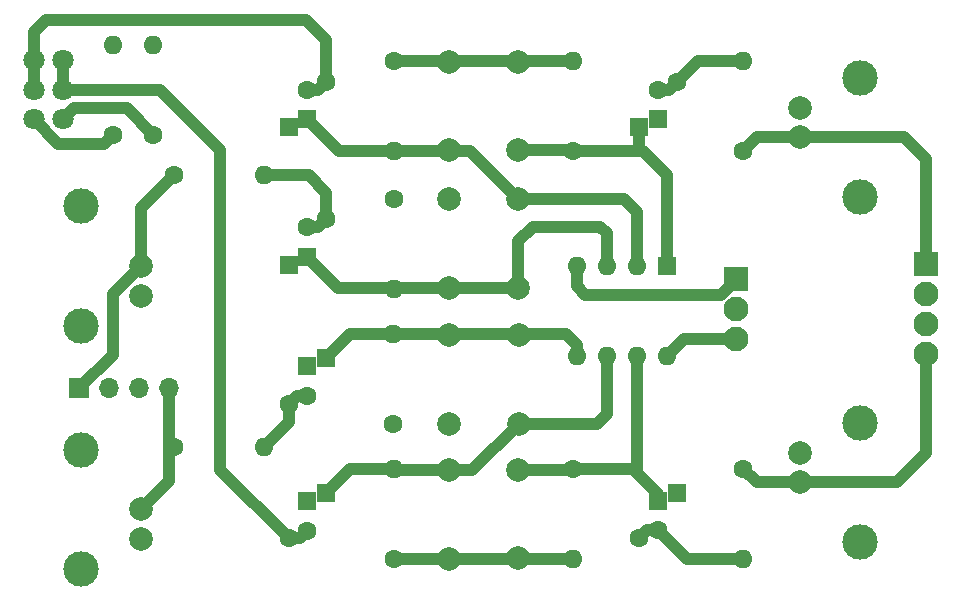
<source format=gbr>
%TF.GenerationSoftware,KiCad,Pcbnew,(6.0.0)*%
%TF.CreationDate,2022-08-03T23:03:17+01:00*%
%TF.ProjectId,Lynx Phono,4c796e78-2050-4686-9f6e-6f2e6b696361,rev?*%
%TF.SameCoordinates,Original*%
%TF.FileFunction,Copper,L1,Top*%
%TF.FilePolarity,Positive*%
%FSLAX46Y46*%
G04 Gerber Fmt 4.6, Leading zero omitted, Abs format (unit mm)*
G04 Created by KiCad (PCBNEW (6.0.0)) date 2022-08-03 23:03:17*
%MOMM*%
%LPD*%
G01*
G04 APERTURE LIST*
%TA.AperFunction,ComponentPad*%
%ADD10C,1.800000*%
%TD*%
%TA.AperFunction,ComponentPad*%
%ADD11R,1.600000X1.600000*%
%TD*%
%TA.AperFunction,ComponentPad*%
%ADD12C,1.600000*%
%TD*%
%TA.AperFunction,ComponentPad*%
%ADD13O,1.600000X1.600000*%
%TD*%
%TA.AperFunction,ComponentPad*%
%ADD14C,2.000000*%
%TD*%
%TA.AperFunction,ComponentPad*%
%ADD15C,3.000000*%
%TD*%
%TA.AperFunction,ComponentPad*%
%ADD16R,2.100000X2.100000*%
%TD*%
%TA.AperFunction,ComponentPad*%
%ADD17C,2.100000*%
%TD*%
%TA.AperFunction,ComponentPad*%
%ADD18R,1.700000X1.700000*%
%TD*%
%TA.AperFunction,ComponentPad*%
%ADD19O,1.700000X1.700000*%
%TD*%
%TA.AperFunction,Conductor*%
%ADD20C,1.000000*%
%TD*%
G04 APERTURE END LIST*
D10*
%TO.P,RV1,1,1*%
%TO.N,Net-(C3-Pad2)*%
X23947993Y-65245000D03*
%TO.P,RV1,2,2*%
X23947993Y-67745000D03*
%TO.P,RV1,3,3*%
%TO.N,Net-(R1-Pad1)*%
X23947993Y-70245000D03*
%TO.P,RV1,4,4*%
%TO.N,Net-(C4-Pad2)*%
X26447993Y-65245000D03*
%TO.P,RV1,5,5*%
X26447993Y-67745000D03*
%TO.P,RV1,6,6*%
%TO.N,Net-(R2-Pad1)*%
X26447993Y-70245000D03*
%TD*%
D11*
%TO.P,C13,1*%
%TO.N,Net-(C11-Pad2)*%
X76830000Y-102557324D03*
X78430000Y-101886387D03*
D12*
%TO.P,C13,2*%
%TO.N,Net-(C13-Pad2)*%
X75230000Y-105728261D03*
X76830000Y-105057324D03*
%TD*%
%TO.P,R6,1*%
%TO.N,GND*%
X54424788Y-96091269D03*
D13*
%TO.P,R6,2*%
%TO.N,Net-(C14-Pad2)*%
X54424788Y-88471269D03*
%TD*%
D14*
%TO.P,RCA 4LEG,1*%
%TO.N,In L*%
X33037057Y-82683592D03*
D15*
%TO.P,RCA 4LEG,2*%
%TO.N,GND*%
X27937057Y-77633592D03*
X27937057Y-87733592D03*
D14*
X33037057Y-85183592D03*
%TD*%
D11*
%TO.P,C3,1*%
%TO.N,Net-(C3-Pad1)*%
X45544929Y-70933615D03*
X47144929Y-70262678D03*
D12*
%TO.P,C3,2*%
%TO.N,Net-(C3-Pad2)*%
X48744929Y-67091741D03*
X47144929Y-67762678D03*
%TD*%
D11*
%TO.P,C12,1*%
%TO.N,Net-(C10-Pad2)*%
X76830000Y-70241881D03*
X75230000Y-70912818D03*
D12*
%TO.P,C12,2*%
%TO.N,Net-(C12-Pad2)*%
X76830000Y-67741881D03*
X78430000Y-67070944D03*
%TD*%
%TO.P,R11,1*%
%TO.N,Out L*%
X84040000Y-72934204D03*
D13*
%TO.P,R11,2*%
%TO.N,Net-(C12-Pad2)*%
X84040000Y-65314204D03*
%TD*%
D11*
%TO.P,C1,1*%
%TO.N,Net-(C1-Pad1)*%
X45544929Y-82583615D03*
X47144929Y-81912678D03*
D12*
%TO.P,C1,2*%
%TO.N,Net-(C1-Pad2)*%
X48744929Y-78741741D03*
X47144929Y-79412678D03*
%TD*%
D14*
%TO.P,C6,1*%
%TO.N,Net-(C1-Pad1)*%
X59122464Y-84545001D03*
%TO.P,C6,2*%
%TO.N,GND*%
X59122464Y-77045001D03*
%TD*%
D12*
%TO.P,R1,1*%
%TO.N,Net-(R1-Pad1)*%
X30687525Y-71555000D03*
D13*
%TO.P,R1,2*%
%TO.N,GND*%
X30687525Y-63935000D03*
%TD*%
D16*
%TO.P,J3,1,Pin_1*%
%TO.N,Out L*%
X99488414Y-82500000D03*
D17*
%TO.P,J3,2,Pin_2*%
%TO.N,GND*%
X99488414Y-85040000D03*
%TO.P,J3,3,Pin_3*%
X99488414Y-87580000D03*
%TO.P,J3,4,Pin_4*%
%TO.N,Out R*%
X99488414Y-90120000D03*
%TD*%
D12*
%TO.P,R2,1*%
%TO.N,Net-(R2-Pad1)*%
X34077057Y-71555000D03*
D13*
%TO.P,R2,2*%
%TO.N,GND*%
X34077057Y-63935000D03*
%TD*%
D12*
%TO.P,R12,1*%
%TO.N,Out R*%
X84040000Y-99865001D03*
D13*
%TO.P,R12,2*%
%TO.N,Net-(C13-Pad2)*%
X84040000Y-107485001D03*
%TD*%
D12*
%TO.P,R3,1*%
%TO.N,In L*%
X35860000Y-74970001D03*
D13*
%TO.P,R3,2*%
%TO.N,Net-(C1-Pad2)*%
X43480000Y-74970001D03*
%TD*%
D11*
%TO.P,C2,1*%
%TO.N,Net-(C14-Pad2)*%
X48744929Y-90492655D03*
X47144929Y-91163592D03*
D12*
%TO.P,C2,2*%
%TO.N,Net-(C2-Pad2)*%
X45544929Y-94334529D03*
X47144929Y-93663592D03*
%TD*%
%TO.P,R4,1*%
%TO.N,In r*%
X35860000Y-97988533D03*
D13*
%TO.P,R4,2*%
%TO.N,Net-(C2-Pad2)*%
X43480000Y-97988533D03*
%TD*%
D18*
%TO.P,J2,1,Pin_1*%
%TO.N,In L*%
X27823971Y-93031796D03*
D19*
%TO.P,J2,2,Pin_2*%
%TO.N,GND*%
X30363971Y-93031796D03*
%TO.P,J2,3,Pin_3*%
X32903971Y-93031796D03*
%TO.P,J2,4,Pin_4*%
%TO.N,In r*%
X35443971Y-93031796D03*
%TD*%
D14*
%TO.P,C11,1*%
%TO.N,Net-(C11-Pad1)*%
X64970000Y-107425001D03*
%TO.P,C11,2*%
%TO.N,Net-(C11-Pad2)*%
X64970000Y-99925001D03*
%TD*%
D12*
%TO.P,R7,1*%
%TO.N,Net-(C10-Pad1)*%
X54449858Y-65335001D03*
D13*
%TO.P,R7,2*%
%TO.N,Net-(C3-Pad1)*%
X54449858Y-72955001D03*
%TD*%
D12*
%TO.P,R10,1*%
%TO.N,Net-(C11-Pad2)*%
X69620000Y-99865001D03*
D13*
%TO.P,R10,2*%
%TO.N,Net-(C11-Pad1)*%
X69620000Y-107485001D03*
%TD*%
D14*
%TO.P,C8,1*%
%TO.N,Net-(C3-Pad1)*%
X59122464Y-72895001D03*
%TO.P,C8,2*%
%TO.N,Net-(C10-Pad1)*%
X59122464Y-65395001D03*
%TD*%
%TO.P,RCA 4LEG,1*%
%TO.N,Out R*%
X88845000Y-101000001D03*
%TO.P,RCA 4LEG,2*%
%TO.N,GND*%
X88845000Y-98500001D03*
D15*
X93945000Y-106050001D03*
X93945000Y-95950001D03*
%TD*%
D14*
%TO.P,C10,1*%
%TO.N,Net-(C10-Pad1)*%
X64970000Y-65374204D03*
%TO.P,C10,2*%
%TO.N,Net-(C10-Pad2)*%
X64970000Y-72874204D03*
%TD*%
%TO.P,RCA 4LEG,1*%
%TO.N,Out L*%
X88845000Y-71799204D03*
D15*
%TO.P,RCA 4LEG,2*%
%TO.N,GND*%
X93945000Y-76849204D03*
X93945000Y-66749204D03*
D14*
X88845000Y-69299204D03*
%TD*%
%TO.P,C5,1*%
%TO.N,Net-(C3-Pad1)*%
X64970000Y-77024204D03*
%TO.P,C5,2*%
%TO.N,Net-(C1-Pad1)*%
X64970000Y-84524204D03*
%TD*%
%TO.P,C14,1*%
%TO.N,Net-(C14-Pad1)*%
X65020000Y-96031269D03*
%TO.P,C14,2*%
%TO.N,Net-(C14-Pad2)*%
X65020000Y-88531269D03*
%TD*%
%TO.P,C9,1*%
%TO.N,Net-(C14-Pad1)*%
X59122464Y-99945798D03*
%TO.P,C9,2*%
%TO.N,Net-(C11-Pad1)*%
X59122464Y-107445798D03*
%TD*%
%TO.P,RCA 4LEG,1*%
%TO.N,In r*%
X33037057Y-103280000D03*
D15*
%TO.P,RCA 4LEG,2*%
%TO.N,GND*%
X27937057Y-98230000D03*
D14*
X33037057Y-105780000D03*
D15*
X27937057Y-108330000D03*
%TD*%
D16*
%TO.P,J1,1,Pin_1*%
%TO.N,/V-*%
X83420000Y-83815001D03*
D17*
%TO.P,J1,2,Pin_2*%
%TO.N,GND*%
X83420000Y-86355001D03*
%TO.P,J1,3,Pin_3*%
%TO.N,/V+*%
X83420000Y-88895001D03*
%TD*%
D14*
%TO.P,C7,1*%
%TO.N,GND*%
X59097394Y-96031269D03*
%TO.P,C7,2*%
%TO.N,Net-(C14-Pad2)*%
X59097394Y-88531269D03*
%TD*%
D12*
%TO.P,R9,1*%
%TO.N,Net-(C10-Pad2)*%
X69620000Y-72934204D03*
D13*
%TO.P,R9,2*%
%TO.N,Net-(C10-Pad1)*%
X69620000Y-65314204D03*
%TD*%
D12*
%TO.P,R8,1*%
%TO.N,Net-(C11-Pad1)*%
X54449858Y-107505798D03*
D13*
%TO.P,R8,2*%
%TO.N,Net-(C14-Pad1)*%
X54449858Y-99885798D03*
%TD*%
D11*
%TO.P,C4,1*%
%TO.N,Net-(C14-Pad1)*%
X48744929Y-101907184D03*
X47144929Y-102578121D03*
D12*
%TO.P,C4,2*%
%TO.N,Net-(C4-Pad2)*%
X45544929Y-105749058D03*
X47144929Y-105078121D03*
%TD*%
%TO.P,R5,1*%
%TO.N,GND*%
X54449858Y-76985001D03*
D13*
%TO.P,R5,2*%
%TO.N,Net-(C1-Pad1)*%
X54449858Y-84605001D03*
%TD*%
D11*
%TO.P,U1,1*%
%TO.N,Net-(C10-Pad2)*%
X77560000Y-82695001D03*
D13*
%TO.P,U1,2,-*%
%TO.N,Net-(C3-Pad1)*%
X75020000Y-82695001D03*
%TO.P,U1,3,+*%
%TO.N,Net-(C1-Pad1)*%
X72480000Y-82695001D03*
%TO.P,U1,4,V-*%
%TO.N,/V-*%
X69940000Y-82695001D03*
%TO.P,U1,5,+*%
%TO.N,Net-(C14-Pad2)*%
X69940000Y-90315001D03*
%TO.P,U1,6,-*%
%TO.N,Net-(C14-Pad1)*%
X72480000Y-90315001D03*
%TO.P,U1,7*%
%TO.N,Net-(C11-Pad2)*%
X75020000Y-90315001D03*
%TO.P,U1,8,V+*%
%TO.N,/V+*%
X77560000Y-90315001D03*
%TD*%
D20*
%TO.N,Net-(C1-Pad1)*%
X64970000Y-84524204D02*
X64970000Y-80585001D01*
X49756455Y-84524204D02*
X47144929Y-81912678D01*
X72480000Y-79895001D02*
X72480000Y-82695001D01*
X64970000Y-84524204D02*
X49756455Y-84524204D01*
X66200000Y-79355001D02*
X71940000Y-79355001D01*
X64970000Y-80585001D02*
X66200000Y-79355001D01*
X71940000Y-79355001D02*
X72480000Y-79895001D01*
%TO.N,Net-(C1-Pad2)*%
X48073992Y-79412678D02*
X48744929Y-78741741D01*
X48744929Y-76464929D02*
X48744929Y-78741741D01*
X43480000Y-74970001D02*
X47250001Y-74970001D01*
X47144929Y-79412678D02*
X48073992Y-79412678D01*
X47250001Y-74970001D02*
X48744929Y-76464929D01*
%TO.N,Net-(C14-Pad2)*%
X69940000Y-90315001D02*
X69940000Y-89345001D01*
X50766315Y-88471269D02*
X48744929Y-90492655D01*
X69940000Y-89345001D02*
X69066268Y-88471269D01*
X54424788Y-88471269D02*
X50766315Y-88471269D01*
X69066268Y-88471269D02*
X54424788Y-88471269D01*
%TO.N,Net-(C2-Pad2)*%
X45544929Y-95923604D02*
X43480000Y-97988533D01*
X46215866Y-93663592D02*
X45544929Y-94334529D01*
X45544929Y-94334529D02*
X45544929Y-95923604D01*
X47144929Y-93663592D02*
X46215866Y-93663592D01*
%TO.N,Net-(C3-Pad1)*%
X49837252Y-72955001D02*
X47144929Y-70262678D01*
X75020000Y-78125001D02*
X75020000Y-82695001D01*
X73919203Y-77024204D02*
X75020000Y-78125001D01*
X54449858Y-72955001D02*
X49837252Y-72955001D01*
X60900797Y-72955001D02*
X64970000Y-77024204D01*
X54449858Y-72955001D02*
X60900797Y-72955001D01*
X64970000Y-77024204D02*
X73919203Y-77024204D01*
%TO.N,Net-(C3-Pad2)*%
X47144929Y-67762678D02*
X48073992Y-67762678D01*
X48744929Y-67091741D02*
X48744929Y-63524929D01*
X23947993Y-62865093D02*
X23947993Y-67745000D01*
X24993086Y-61820000D02*
X23947993Y-62865093D01*
X47040000Y-61820000D02*
X24993086Y-61820000D01*
X48744929Y-63524929D02*
X47040000Y-61820000D01*
X48073992Y-67762678D02*
X48744929Y-67091741D01*
%TO.N,Net-(C14-Pad1)*%
X54449858Y-99885798D02*
X50766315Y-99885798D01*
X59122464Y-99945798D02*
X61105471Y-99945798D01*
X54509858Y-99945798D02*
X54449858Y-99885798D01*
X72480000Y-90315001D02*
X72480000Y-95215001D01*
X71663732Y-96031269D02*
X65020000Y-96031269D01*
X50766315Y-99885798D02*
X48744929Y-101907184D01*
X61105471Y-99945798D02*
X65020000Y-96031269D01*
X59122464Y-99945798D02*
X54509858Y-99945798D01*
X72480000Y-95215001D02*
X71663732Y-96031269D01*
%TO.N,Net-(C4-Pad2)*%
X34635000Y-67745000D02*
X39760000Y-72870000D01*
X39760000Y-72870000D02*
X39760000Y-99964129D01*
X45544929Y-105749058D02*
X46473992Y-105749058D01*
X26447993Y-65245000D02*
X26447993Y-67745000D01*
X39760000Y-99964129D02*
X45544929Y-105749058D01*
X26447993Y-67745000D02*
X34635000Y-67745000D01*
X46473992Y-105749058D02*
X47144929Y-105078121D01*
%TO.N,GND*%
X59037394Y-96091269D02*
X59097394Y-96031269D01*
%TO.N,Net-(C10-Pad1)*%
X54449858Y-65335001D02*
X69620000Y-65335001D01*
%TO.N,Net-(C11-Pad1)*%
X69620000Y-107505798D02*
X54449858Y-107505798D01*
%TO.N,Net-(C10-Pad2)*%
X64970000Y-72874204D02*
X69539203Y-72874204D01*
X69539203Y-72874204D02*
X69620000Y-72955001D01*
X69620000Y-72955001D02*
X75525001Y-72955001D01*
X75230000Y-70912818D02*
X75230000Y-72570002D01*
X75525001Y-72955001D02*
X77560000Y-74990000D01*
X77560000Y-74990000D02*
X77560000Y-82695001D01*
%TO.N,Net-(C11-Pad2)*%
X69620000Y-99885798D02*
X74695798Y-99885798D01*
X74695798Y-99885798D02*
X75535000Y-100725000D01*
X69580797Y-99925001D02*
X69620000Y-99885798D01*
X74695798Y-99885798D02*
X75020000Y-99561596D01*
X75020000Y-99561596D02*
X75020000Y-100210000D01*
X64970000Y-99925001D02*
X69580797Y-99925001D01*
X76830000Y-102020000D02*
X76830000Y-102557324D01*
X75020000Y-99561596D02*
X75020000Y-90315001D01*
X75535000Y-100725000D02*
X76830000Y-102020000D01*
X75020000Y-100210000D02*
X75535000Y-100725000D01*
%TO.N,Net-(C12-Pad2)*%
X77759063Y-67741881D02*
X78430000Y-67070944D01*
X76830000Y-67741881D02*
X77759063Y-67741881D01*
X80186740Y-65314204D02*
X78430000Y-67070944D01*
X84040000Y-65314204D02*
X80186740Y-65314204D01*
%TO.N,Net-(C13-Pad2)*%
X79257677Y-107485001D02*
X76830000Y-105057324D01*
X76830000Y-105057324D02*
X75900937Y-105057324D01*
X84040000Y-107485001D02*
X79257677Y-107485001D01*
X75900937Y-105057324D02*
X75230000Y-105728261D01*
%TO.N,/V-*%
X82140000Y-85095001D02*
X70650000Y-85095001D01*
X69940000Y-84385001D02*
X69940000Y-82695001D01*
X70650000Y-85095001D02*
X69940000Y-84385001D01*
X83420000Y-83815001D02*
X82140000Y-85095001D01*
%TO.N,/V+*%
X83420000Y-88895001D02*
X78980000Y-88895001D01*
X78980000Y-88895001D02*
X77560000Y-90315001D01*
%TO.N,In L*%
X30660000Y-85060649D02*
X33037057Y-82683592D01*
X33037057Y-77792944D02*
X35860000Y-74970001D01*
X30660000Y-90195767D02*
X30660000Y-85060649D01*
X27823971Y-93031796D02*
X30660000Y-90195767D01*
X33037057Y-82683592D02*
X33037057Y-77792944D01*
%TO.N,In r*%
X35443971Y-100873086D02*
X33037057Y-103280000D01*
X35443971Y-98156029D02*
X35443971Y-100873086D01*
X35860000Y-97988533D02*
X35611467Y-97988533D01*
X35611467Y-97988533D02*
X35443971Y-98156029D01*
X35443971Y-93031796D02*
X35443971Y-98156029D01*
%TO.N,Out L*%
X99488414Y-73608414D02*
X99488414Y-82500000D01*
X85175000Y-71799204D02*
X84040000Y-72934204D01*
X88845000Y-71799204D02*
X85175000Y-71799204D01*
X88845000Y-71799204D02*
X97679204Y-71799204D01*
X97679204Y-71799204D02*
X99488414Y-73608414D01*
%TO.N,Out R*%
X97039999Y-101000001D02*
X99488414Y-98551586D01*
X99488414Y-98551586D02*
X99488414Y-90120000D01*
X88845000Y-101000001D02*
X97039999Y-101000001D01*
X85175000Y-101000001D02*
X84040000Y-99865001D01*
X88845000Y-101000001D02*
X85175000Y-101000001D01*
%TO.N,Net-(R1-Pad1)*%
X26057992Y-72354999D02*
X29887526Y-72354999D01*
X29887526Y-72354999D02*
X30687525Y-71555000D01*
X23947993Y-70245000D02*
X26057992Y-72354999D01*
%TO.N,Net-(R2-Pad1)*%
X27347993Y-69345000D02*
X31867057Y-69345000D01*
X26447993Y-70245000D02*
X27347993Y-69345000D01*
X31867057Y-69345000D02*
X34077057Y-71555000D01*
%TD*%
M02*

</source>
